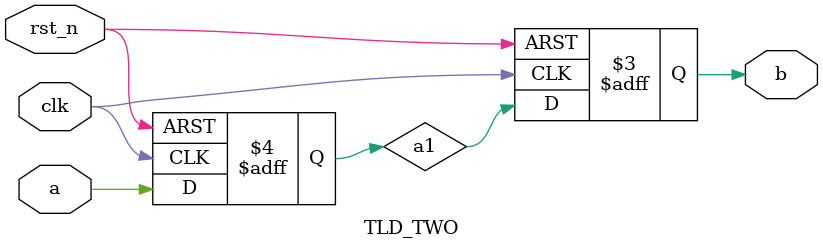
<source format=v>
`timescale 1ns / 1ps
module TLD_TWO
#(
  parameter DATA_WIDTH=1
)
(
    input                               clk   ,
    input                               rst_n ,
    //input singnal
    input       [DATA_WIDTH-1:0]        a     ,
    //output singnal
    output reg  [DATA_WIDTH-1:0]        b
    );
    reg [DATA_WIDTH-1:0]  a1;
    always@(posedge clk or negedge rst_n)
begin
 if(rst_n == 1'b0)
 begin
  a1<=1'd0  ;
  b<=1'd0   ;
 end
 else begin
        a1<=a;
        b<=a1;
 end
 end
endmodule 
</source>
